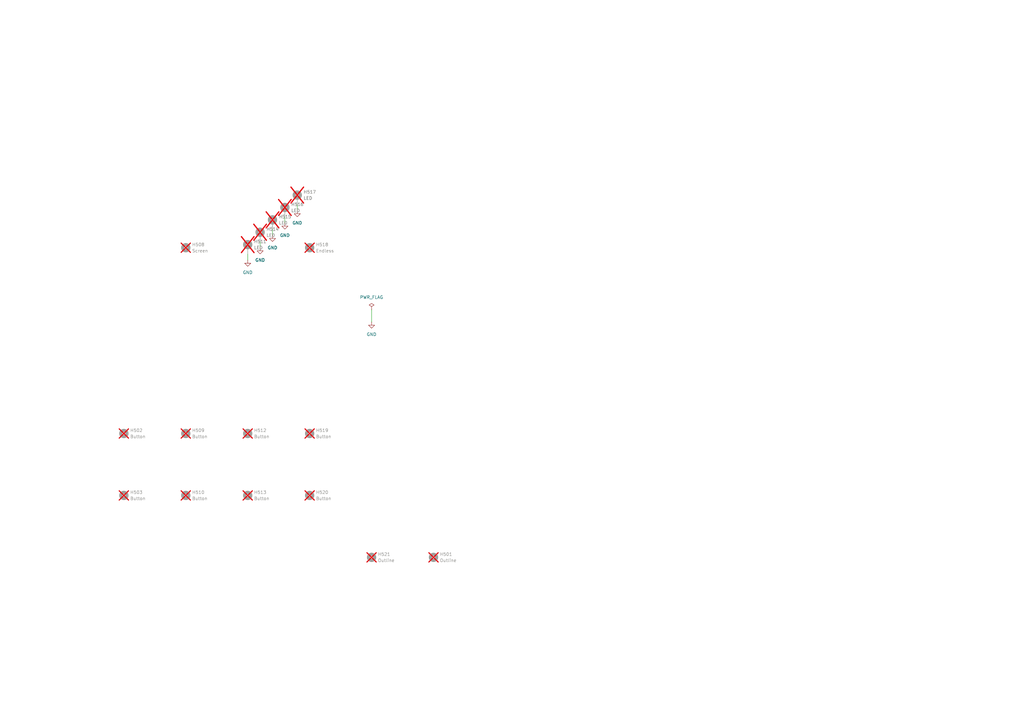
<source format=kicad_sch>
(kicad_sch (version 20250114) (generator "eeschema") (generator_version "9.0")
  (paper "A3")
  (lib_symbols
    (symbol "Mechanical:MountingHole" (pin_names (offset 1.016)) (exclude_from_sim yes) (in_bom no)
      (property "Reference" "H" (at 0 5.08 0))
      (property "Value" "MountingHole" (at 0 3.175 0))
      (symbol "MountingHole_0_1"
        (circle (center 0 0) (radius 1.27) (stroke (width 1.27)))
      )
    )
    (symbol "Mechanical:MountingHole_Pad" (pin_numbers (hide yes)) (pin_names (offset 1.016) (hide yes)) (in_bom no)
      (property "Reference" "H" (at 0 6.35 0))
      (property "Value" "MountingHole_Pad" (at 0 4.445 0))
      (symbol "MountingHole_Pad_0_1"
        (circle (center 0 1.27) (radius 1.27) (stroke (width 1.27)))
      )
      (symbol "MountingHole_Pad_1_1"
        (pin input line (at 0 -2.54 90) (length 2.54) (name "1") (number "1"))
      )
    )
    (symbol "power:GND" (power) (pin_numbers (hide yes)) (pin_names (offset 0) (hide yes))
      (property "Value" "GND" (at 0 -3.81 0))
      (symbol "GND_0_1"
        (polyline (pts (xy 0 0) (xy 0 -1.27) (xy 1.27 -1.27) (xy 0 -2.54) (xy -1.27 -1.27) (xy 0 -1.27)))
      )
      (symbol "GND_1_1"
        (pin power_in line (at 0 0 270) (length 0) (name "~") (number "1"))
      )
    )
    (symbol "power:PWR_FLAG" (power) (pin_numbers (hide yes)) (pin_names (offset 0) (hide yes))
      (property "Value" "PWR_FLAG" (at 0 3.81 0))
      (symbol "PWR_FLAG_0_0"
        (pin power_out line (at 0 0 90) (length 0) (name "~") (number "1"))
      )
      (symbol "PWR_FLAG_0_1"
        (polyline (pts (xy 0 0) (xy 0 1.27) (xy -1.016 1.905) (xy 0 2.54) (xy 1.016 1.905) (xy 0 1.27)))
      )
    )
  )
  (wire (pts (xy 101.6 104.14) (xy 101.6 106.68)))
  (wire (pts (xy 152.4 127) (xy 152.4 132.08)))
  (wire (pts (xy 116.84 88.9) (xy 116.84 91.44)))
  (wire (pts (xy 111.76 93.98) (xy 111.76 96.52)))
  (wire (pts (xy 106.68 99.06) (xy 106.68 101.6)))
  (wire (pts (xy 121.92 83.82) (xy 121.92 86.36)))
  (symbol (lib_id "power:PWR_FLAG") (at 152.4 127 0) (unit 1)
    (property "Reference" "#FLG0501" (effects (hide yes)))
    (property "Value" "PWR_FLAG" (at 152.4 121.92 0))
    (property "Description" "Special symbol for telling ERC where power comes from" (effects (hide yes)))
  )
  (symbol (lib_id "power:GND") (at 111.76 96.52 0) (unit 1)
    (property "Reference" "#PWR0504" (effects (hide yes)))
    (property "Value" "GND" (at 111.76 101.6 0))
    (property "Description" "Power symbol creates a global label with name \"GND\" , ground" (effects (hide yes)))
  )
  (symbol (lib_id "Mechanical:MountingHole_Pad") (at 116.84 86.36 0) (unit 1) (in_bom no) (dnp yes)
    (property "Reference" "H516" (at 119.38 83.8199 0) (effects (justify left)))
    (property "Value" "LED" (at 119.38 86.3599 0) (effects (justify left)))
    (property "Footprint" "suku_basics:FP_LED_TIGHT" (effects (hide yes)))
    (property "Description" "Mounting Hole with connection" (effects (hide yes)))
  )
  (symbol (lib_id "Mechanical:MountingHole") (at 101.6 177.8 0) (unit 1) (exclude_from_sim yes) (in_bom no) (dnp yes)
    (property "Reference" "H512" (at 104.14 176.5299 0) (effects (justify left)))
    (property "Value" "Button" (at 104.14 179.0699 0) (effects (justify left)))
    (property "Footprint" "suku_basics:FP_BUTTON" (effects (hide yes)))
    (property "Description" "Mounting Hole without connection" (effects (hide yes)))
  )
  (symbol (lib_id "Mechanical:MountingHole") (at 76.2 101.6 0) (unit 1) (exclude_from_sim yes) (in_bom no) (dnp yes)
    (property "Reference" "H508" (at 78.74 100.3299 0) (effects (justify left)))
    (property "Value" "Screen" (at 78.74 102.8699 0) (effects (justify left)))
    (property "Footprint" "suku_basics:FP_SCREEN" (effects (hide yes)))
    (property "Description" "Mounting Hole without connection" (effects (hide yes)))
  )
  (symbol (lib_id "Mechanical:MountingHole") (at 127 101.6 0) (unit 1) (exclude_from_sim yes) (in_bom no) (dnp yes)
    (property "Reference" "H518" (at 129.54 100.3299 0) (effects (justify left)))
    (property "Value" "Endless" (at 129.54 102.8699 0) (effects (justify left)))
    (property "Footprint" "suku_basics:FP_ENDLESS" (effects (hide yes)))
    (property "Description" "Mounting Hole without connection" (effects (hide yes)))
  )
  (symbol (lib_id "Mechanical:MountingHole") (at 127 203.2 0) (unit 1) (exclude_from_sim yes) (in_bom no) (dnp yes)
    (property "Reference" "H520" (at 129.54 201.9299 0) (effects (justify left)))
    (property "Value" "Button" (at 129.54 204.4699 0) (effects (justify left)))
    (property "Footprint" "suku_basics:FP_BUTTON" (effects (hide yes)))
    (property "Description" "Mounting Hole without connection" (effects (hide yes)))
  )
  (symbol (lib_id "Mechanical:MountingHole") (at 152.4 228.6 0) (unit 1) (exclude_from_sim yes) (in_bom no) (dnp yes)
    (property "Reference" "H521" (at 154.94 227.3299 0) (effects (justify left)))
    (property "Value" "Outline" (at 154.94 229.8699 0) (effects (justify left)))
    (property "Footprint" "suku_basics:FP_OUTLINE_2" (effects (hide yes)))
    (property "Description" "Mounting Hole without connection" (effects (hide yes)))
  )
  (symbol (lib_id "power:GND") (at 121.92 86.36 0) (unit 1)
    (property "Reference" "#PWR0506" (effects (hide yes)))
    (property "Value" "GND" (at 121.92 91.44 0))
    (property "Description" "Power symbol creates a global label with name \"GND\" , ground" (effects (hide yes)))
  )
  (symbol (lib_id "power:GND") (at 101.6 106.68 0) (unit 1)
    (property "Reference" "#PWR0502" (effects (hide yes)))
    (property "Value" "GND" (at 101.6 111.76 0))
    (property "Description" "Power symbol creates a global label with name \"GND\" , ground" (effects (hide yes)))
  )
  (symbol (lib_id "Mechanical:MountingHole") (at 101.6 203.2 0) (unit 1) (exclude_from_sim yes) (in_bom no) (dnp yes)
    (property "Reference" "H513" (at 104.14 201.9299 0) (effects (justify left)))
    (property "Value" "Button" (at 104.14 204.4699 0) (effects (justify left)))
    (property "Footprint" "suku_basics:FP_BUTTON" (effects (hide yes)))
    (property "Description" "Mounting Hole without connection" (effects (hide yes)))
  )
  (symbol (lib_id "Mechanical:MountingHole_Pad") (at 111.76 91.44 0) (unit 1) (in_bom no) (dnp yes)
    (property "Reference" "H515" (at 114.3 88.8999 0) (effects (justify left)))
    (property "Value" "LED" (at 114.3 91.4399 0) (effects (justify left)))
    (property "Footprint" "suku_basics:FP_LED_TIGHT" (effects (hide yes)))
    (property "Description" "Mounting Hole with connection" (effects (hide yes)))
  )
  (symbol (lib_id "power:GND") (at 106.68 101.6 0) (unit 1)
    (property "Reference" "#PWR0503" (effects (hide yes)))
    (property "Value" "GND" (at 106.68 106.68 0))
    (property "Description" "Power symbol creates a global label with name \"GND\" , ground" (effects (hide yes)))
  )
  (symbol (lib_id "Mechanical:MountingHole_Pad") (at 106.68 96.52 0) (unit 1) (in_bom no) (dnp yes)
    (property "Reference" "H514" (at 109.22 93.9799 0) (effects (justify left)))
    (property "Value" "LED" (at 109.22 96.5199 0) (effects (justify left)))
    (property "Footprint" "suku_basics:FP_LED_TIGHT" (effects (hide yes)))
    (property "Description" "Mounting Hole with connection" (effects (hide yes)))
  )
  (symbol (lib_id "Mechanical:MountingHole") (at 50.8 177.8 0) (unit 1) (exclude_from_sim yes) (in_bom no) (dnp yes)
    (property "Reference" "H502" (at 53.34 176.5299 0) (effects (justify left)))
    (property "Value" "Button" (at 53.34 179.0699 0) (effects (justify left)))
    (property "Footprint" "suku_basics:FP_BUTTON" (effects (hide yes)))
    (property "Description" "Mounting Hole without connection" (effects (hide yes)))
  )
  (symbol (lib_id "Mechanical:MountingHole") (at 76.2 177.8 0) (unit 1) (exclude_from_sim yes) (in_bom no) (dnp yes)
    (property "Reference" "H509" (at 78.74 176.5299 0) (effects (justify left)))
    (property "Value" "Button" (at 78.74 179.0699 0) (effects (justify left)))
    (property "Footprint" "suku_basics:FP_BUTTON" (effects (hide yes)))
    (property "Description" "Mounting Hole without connection" (effects (hide yes)))
  )
  (symbol (lib_id "Mechanical:MountingHole_Pad") (at 101.6 101.6 0) (unit 1) (in_bom no) (dnp yes)
    (property "Reference" "H511" (at 104.14 99.0599 0) (effects (justify left)))
    (property "Value" "LED" (at 104.14 101.5999 0) (effects (justify left)))
    (property "Footprint" "suku_basics:FP_LED_TIGHT" (effects (hide yes)))
    (property "Description" "Mounting Hole with connection" (effects (hide yes)))
  )
  (symbol (lib_id "power:GND") (at 152.4 132.08 0) (unit 1)
    (property "Reference" "#PWR0501" (effects (hide yes)))
    (property "Value" "GND" (at 152.4 137.16 0))
    (property "Description" "Power symbol creates a global label with name \"GND\" , ground" (effects (hide yes)))
  )
  (symbol (lib_id "Mechanical:MountingHole_Pad") (at 121.92 81.28 0) (unit 1) (in_bom no) (dnp yes)
    (property "Reference" "H517" (at 124.46 78.7399 0) (effects (justify left)))
    (property "Value" "LED" (at 124.46 81.2799 0) (effects (justify left)))
    (property "Footprint" "suku_basics:FP_LED_TIGHT" (effects (hide yes)))
    (property "Description" "Mounting Hole with connection" (effects (hide yes)))
  )
  (symbol (lib_id "Mechanical:MountingHole") (at 76.2 203.2 0) (unit 1) (exclude_from_sim yes) (in_bom no) (dnp yes)
    (property "Reference" "H510" (at 78.74 201.9299 0) (effects (justify left)))
    (property "Value" "Button" (at 78.74 204.4699 0) (effects (justify left)))
    (property "Footprint" "suku_basics:FP_BUTTON" (effects (hide yes)))
    (property "Description" "Mounting Hole without connection" (effects (hide yes)))
  )
  (symbol (lib_id "Mechanical:MountingHole") (at 177.8 228.6 0) (unit 1) (exclude_from_sim yes) (in_bom no) (dnp yes)
    (property "Reference" "H501" (at 180.34 227.3299 0) (effects (justify left)))
    (property "Value" "Outline" (at 180.34 229.8699 0) (effects (justify left)))
    (property "Footprint" "suku_basics:OSHWA" (effects (hide yes)))
    (property "Description" "Mounting Hole without connection" (effects (hide yes)))
  )
  (symbol (lib_id "Mechanical:MountingHole") (at 127 177.8 0) (unit 1) (exclude_from_sim yes) (in_bom no) (dnp yes)
    (property "Reference" "H519" (at 129.54 176.5299 0) (effects (justify left)))
    (property "Value" "Button" (at 129.54 179.0699 0) (effects (justify left)))
    (property "Footprint" "suku_basics:FP_BUTTON" (effects (hide yes)))
    (property "Description" "Mounting Hole without connection" (effects (hide yes)))
  )
  (symbol (lib_id "power:GND") (at 116.84 91.44 0) (unit 1)
    (property "Reference" "#PWR0505" (effects (hide yes)))
    (property "Value" "GND" (at 116.84 96.52 0))
    (property "Description" "Power symbol creates a global label with name \"GND\" , ground" (effects (hide yes)))
  )
  (symbol (lib_id "Mechanical:MountingHole") (at 50.8 203.2 0) (unit 1) (exclude_from_sim yes) (in_bom no) (dnp yes)
    (property "Reference" "H503" (at 53.34 201.9299 0) (effects (justify left)))
    (property "Value" "Button" (at 53.34 204.4699 0) (effects (justify left)))
    (property "Footprint" "suku_basics:FP_BUTTON" (effects (hide yes)))
    (property "Description" "Mounting Hole without connection" (effects (hide yes)))
  )
)
</source>
